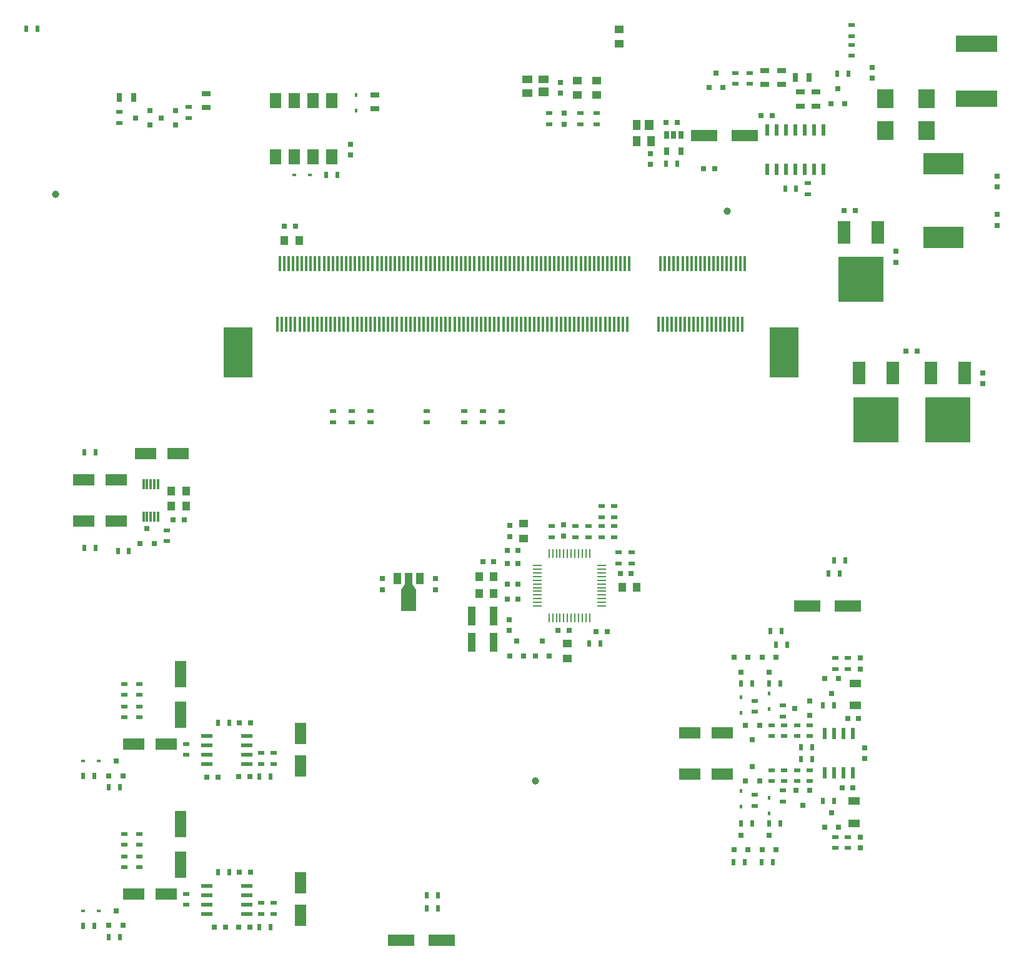
<source format=gbr>
G04 #@! TF.FileFunction,Paste,Top*
%FSLAX46Y46*%
G04 Gerber Fmt 4.6, Leading zero omitted, Abs format (unit mm)*
G04 Created by KiCad (PCBNEW (2015-05-04 BZR 5641)-product) date Fri 08 May 2015 12:37:36 PM CEST*
%MOMM*%
G01*
G04 APERTURE LIST*
%ADD10C,0.100000*%
%ADD11C,1.000000*%
%ADD12R,0.750000X0.800000*%
%ADD13R,0.800000X0.750000*%
%ADD14R,1.000000X1.250000*%
%ADD15R,1.250000X1.000000*%
%ADD16R,1.000000X2.500000*%
%ADD17R,3.599180X1.600200*%
%ADD18R,1.600000X1.000000*%
%ADD19R,2.999740X1.600200*%
%ADD20R,1.600200X2.999740*%
%ADD21R,1.600200X3.599180*%
%ADD22R,1.399540X1.198880*%
%ADD23R,1.399540X1.000760*%
%ADD24R,1.198880X1.399540*%
%ADD25R,1.000760X1.399540*%
%ADD26R,5.600000X2.300000*%
%ADD27R,5.400040X2.900680*%
%ADD28R,0.900000X0.500000*%
%ADD29R,0.500000X0.900000*%
%ADD30R,1.300000X0.700000*%
%ADD31R,0.700000X1.300000*%
%ADD32R,1.000760X1.501140*%
%ADD33R,1.998980X2.999740*%
%ADD34R,1.651000X3.048000*%
%ADD35R,6.096000X6.096000*%
%ADD36R,0.250000X1.300000*%
%ADD37R,1.300000X0.250000*%
%ADD38R,4.000000X6.800000*%
%ADD39R,0.350000X2.000000*%
%ADD40R,0.600000X1.550000*%
%ADD41R,1.550000X0.600000*%
%ADD42R,0.300000X1.400000*%
%ADD43R,1.524000X2.032000*%
%ADD44R,0.600000X1.500000*%
%ADD45R,0.450000X0.590000*%
%ADD46R,0.590000X0.450000*%
%ADD47R,0.650000X1.060000*%
%ADD48R,0.800100X0.800100*%
%ADD49R,2.301240X2.499360*%
G04 APERTURE END LIST*
D10*
D11*
X181272180Y-52273200D03*
X155293060Y-129504440D03*
D12*
X217830400Y-47510000D03*
X217830400Y-49010000D03*
X217830400Y-54191600D03*
X217830400Y-52691600D03*
X141681200Y-102069200D03*
X141681200Y-103569200D03*
X134467600Y-102069200D03*
X134467600Y-103569200D03*
D13*
X197065200Y-52222400D03*
X198565200Y-52222400D03*
X206998000Y-71221600D03*
X205498000Y-71221600D03*
D12*
X215849200Y-75680000D03*
X215849200Y-74180000D03*
X204094080Y-57685240D03*
X204094080Y-59185240D03*
D13*
X164949000Y-109220000D03*
X163449000Y-109220000D03*
X166737600Y-101396800D03*
X168237600Y-101396800D03*
D14*
X168995600Y-103225600D03*
X166995600Y-103225600D03*
D12*
X159037600Y-94819600D03*
X159037600Y-96319600D03*
X151753000Y-96355600D03*
X151753000Y-94855600D03*
D15*
X153607200Y-96605600D03*
X153607200Y-94605600D03*
D13*
X158309002Y-109131800D03*
X159809002Y-109131800D03*
D15*
X159596400Y-110876400D03*
X159596400Y-112876400D03*
D13*
X149619400Y-99745800D03*
X148119400Y-99745800D03*
D14*
X149615400Y-101777800D03*
X147615400Y-101777800D03*
D13*
X152921400Y-102793800D03*
X151421400Y-102793800D03*
D14*
X149615400Y-104063800D03*
X147615400Y-104063800D03*
D13*
X152921400Y-104825800D03*
X151421400Y-104825800D03*
D16*
X149607400Y-107111800D03*
X146607400Y-107111800D03*
D12*
X151663400Y-107631800D03*
X151663400Y-109131800D03*
D16*
X149607400Y-110667800D03*
X146607400Y-110667800D03*
D14*
X121224800Y-56235600D03*
X123224800Y-56235600D03*
D13*
X121220800Y-54305200D03*
X122720800Y-54305200D03*
D12*
X199898000Y-124980000D03*
X199898000Y-126480000D03*
D17*
X192067180Y-105791000D03*
X197568820Y-105791000D03*
D13*
X110705200Y-128981200D03*
X112205200Y-128981200D03*
X111772000Y-149301200D03*
X113272000Y-149301200D03*
D17*
X137013380Y-151053800D03*
X142515020Y-151053800D03*
D13*
X106133200Y-94081600D03*
X107633200Y-94081600D03*
X172986000Y-40259000D03*
X174486000Y-40259000D03*
D15*
X163576000Y-36560000D03*
X163576000Y-34560000D03*
D12*
X158623000Y-36310000D03*
X158623000Y-34810000D03*
X170840400Y-45962000D03*
X170840400Y-44462000D03*
X159105600Y-40475600D03*
X159105600Y-38975600D03*
X130175000Y-44692000D03*
X130175000Y-43192000D03*
X200914000Y-34278000D03*
X200914000Y-32778000D03*
D17*
X178097180Y-42037000D03*
X183598820Y-42037000D03*
D13*
X179566000Y-46482000D03*
X178066000Y-46482000D03*
X152921400Y-98221800D03*
X151421400Y-98221800D03*
X152921400Y-99999800D03*
X151421400Y-99999800D03*
D18*
X198560000Y-119269200D03*
X198560000Y-116269200D03*
D19*
X180558440Y-122936000D03*
X176159160Y-122936000D03*
D12*
X199260900Y-112843300D03*
X199260900Y-114343300D03*
D13*
X199056000Y-121071200D03*
X197556000Y-121071200D03*
D18*
X198458400Y-132220400D03*
X198458400Y-135220400D03*
D19*
X180558440Y-128524000D03*
X176159160Y-128524000D03*
D12*
X199260900Y-138591300D03*
X199260900Y-137091300D03*
D13*
X198294000Y-130418400D03*
X196794000Y-130418400D03*
X116523200Y-128930400D03*
X115023200Y-128930400D03*
X115124800Y-121589800D03*
X116624800Y-121589800D03*
D20*
X123406600Y-127472440D03*
X123406600Y-123073160D03*
D21*
X107137200Y-120556020D03*
X107137200Y-115054380D03*
D19*
X105171240Y-124460000D03*
X100771960Y-124460000D03*
D13*
X116523200Y-149301200D03*
X115023200Y-149301200D03*
X115124800Y-141884400D03*
X116624800Y-141884400D03*
D20*
X123381200Y-147690840D03*
X123381200Y-143291560D03*
D21*
X107137200Y-140876020D03*
X107137200Y-135374380D03*
D19*
X105171240Y-144780000D03*
X100771960Y-144780000D03*
D14*
X105883200Y-90170000D03*
X107883200Y-90170000D03*
D19*
X98465640Y-88646000D03*
X94066360Y-88646000D03*
D14*
X105883200Y-92252800D03*
X107883200Y-92252800D03*
D19*
X98465640Y-94234000D03*
X94066360Y-94234000D03*
X106847640Y-85090000D03*
X102448360Y-85090000D03*
D22*
X156344620Y-36126420D03*
D23*
X156344620Y-34406840D03*
X154144980Y-34406840D03*
X154144980Y-36306760D03*
D24*
X170695620Y-40556180D03*
D25*
X168976040Y-40556180D03*
X168976040Y-42755820D03*
X170875960Y-42755820D03*
D26*
X214985600Y-29624800D03*
X214985600Y-37024800D03*
D27*
X210566000Y-45849540D03*
X210566000Y-55852060D03*
D15*
X166573200Y-27600400D03*
X166573200Y-29600400D03*
X160909000Y-36567620D03*
X160909000Y-34567620D03*
D28*
X157412000Y-96472000D03*
X157412000Y-94972000D03*
X164219200Y-93728800D03*
X164219200Y-92228800D03*
X165946400Y-93728800D03*
X165946400Y-92228800D03*
X165946400Y-96472000D03*
X165946400Y-94972000D03*
X164219200Y-96472000D03*
X164219200Y-94972000D03*
X162441200Y-96472000D03*
X162441200Y-94972000D03*
X160663200Y-96472000D03*
X160663200Y-94972000D03*
D29*
X162554800Y-110911200D03*
X164054800Y-110911200D03*
D28*
X168249600Y-98513200D03*
X168249600Y-100013200D03*
X166471600Y-98513200D03*
X166471600Y-100013200D03*
D29*
X87747540Y-27548840D03*
X86247540Y-27548840D03*
X186905200Y-116281200D03*
X188405200Y-116281200D03*
D28*
X188772800Y-119239600D03*
X188772800Y-120739600D03*
D29*
X183095200Y-116281200D03*
X184595200Y-116281200D03*
D28*
X184962800Y-120130000D03*
X184962800Y-118630000D03*
D29*
X189370400Y-111048800D03*
X187870400Y-111048800D03*
X187108400Y-109143800D03*
X188608400Y-109143800D03*
X186905200Y-135229600D03*
X188405200Y-135229600D03*
D28*
X188772800Y-130771200D03*
X188772800Y-132271200D03*
D29*
X183095200Y-135229600D03*
X184595200Y-135229600D03*
D28*
X184962800Y-132880800D03*
X184962800Y-131380800D03*
D29*
X185940000Y-140512800D03*
X187440000Y-140512800D03*
X182130000Y-140512800D03*
X183630000Y-140512800D03*
X98946400Y-130378200D03*
X97446400Y-130378200D03*
X95441200Y-128778000D03*
X93941200Y-128778000D03*
X98946400Y-150672800D03*
X97446400Y-150672800D03*
X95441200Y-149098000D03*
X93941200Y-149098000D03*
D28*
X105257600Y-97016000D03*
X105257600Y-95516000D03*
D29*
X98665600Y-98298000D03*
X100165600Y-98298000D03*
D28*
X157073600Y-38975600D03*
X157073600Y-40475600D03*
X163576000Y-38975600D03*
X163576000Y-40475600D03*
X161340800Y-40475600D03*
X161340800Y-38975600D03*
D29*
X172986000Y-45847000D03*
X174486000Y-45847000D03*
D30*
X110625200Y-36352000D03*
X110625200Y-38252000D03*
D28*
X98839600Y-40338000D03*
X98839600Y-38838000D03*
D30*
X133494780Y-38402300D03*
X133494780Y-36502300D03*
D29*
X126910400Y-47396400D03*
X128410400Y-47396400D03*
D31*
X100772000Y-36830000D03*
X98872000Y-36830000D03*
D28*
X108288400Y-38177600D03*
X108288400Y-39677600D03*
D29*
X197681280Y-33649920D03*
X196181280Y-33649920D03*
D30*
X191135000Y-36134000D03*
X191135000Y-38034000D03*
D29*
X189089600Y-49225200D03*
X190589600Y-49225200D03*
D30*
X193294000Y-36134000D03*
X193294000Y-38034000D03*
X186309000Y-33213000D03*
X186309000Y-35113000D03*
D28*
X182372000Y-35040000D03*
X182372000Y-33540000D03*
X192125600Y-48475200D03*
X192125600Y-49975200D03*
D30*
X188595000Y-33213000D03*
X188595000Y-35113000D03*
D28*
X150672800Y-79387000D03*
X150672800Y-80887000D03*
X148132800Y-79387000D03*
X148132800Y-80887000D03*
X145592800Y-79387000D03*
X145592800Y-80887000D03*
X140512800Y-79387000D03*
X140512800Y-80887000D03*
X132892800Y-79387000D03*
X132892800Y-80887000D03*
X130352800Y-79387000D03*
X130352800Y-80887000D03*
X127812800Y-79387000D03*
X127812800Y-80887000D03*
X198120000Y-29730000D03*
X198120000Y-31230000D03*
X184277000Y-35040000D03*
X184277000Y-33540000D03*
X198120000Y-27063000D03*
X198120000Y-28563000D03*
D29*
X195703200Y-119242400D03*
X194203200Y-119242400D03*
D28*
X195857300Y-114343300D03*
X195857300Y-112843300D03*
D29*
X192756800Y-124932000D03*
X191256800Y-124932000D03*
D28*
X197584500Y-112843300D03*
X197584500Y-114343300D03*
X190703200Y-123432000D03*
X190703200Y-121932000D03*
X188976000Y-121932000D03*
X188976000Y-123432000D03*
D29*
X195703200Y-132196400D03*
X194203200Y-132196400D03*
D28*
X192430400Y-121932000D03*
X192430400Y-123432000D03*
X187248800Y-121932000D03*
X187248800Y-123432000D03*
X195857300Y-137091300D03*
X195857300Y-138591300D03*
D29*
X192756800Y-126557600D03*
X191256800Y-126557600D03*
D28*
X197584500Y-138591300D03*
X197584500Y-137091300D03*
X190703200Y-128028000D03*
X190703200Y-129528000D03*
X188976000Y-129528000D03*
X188976000Y-128028000D03*
X192430400Y-129528000D03*
X192430400Y-128028000D03*
X187248800Y-129528000D03*
X187248800Y-128028000D03*
D29*
X194982400Y-101371400D03*
X196482400Y-101371400D03*
X197219000Y-99568000D03*
X195719000Y-99568000D03*
X117868000Y-128930400D03*
X119368000Y-128930400D03*
X113729200Y-121589800D03*
X112229200Y-121589800D03*
D28*
X119786400Y-125691200D03*
X119786400Y-127191200D03*
X118110000Y-125691200D03*
X118110000Y-127191200D03*
X99568000Y-117844000D03*
X99568000Y-116344000D03*
X107950000Y-124472000D03*
X107950000Y-125972000D03*
X101600000Y-117844000D03*
X101600000Y-116344000D03*
X99556000Y-119392000D03*
X99556000Y-120892000D03*
X101610200Y-119402160D03*
X101610200Y-120902160D03*
D29*
X117868000Y-149301200D03*
X119368000Y-149301200D03*
X113729200Y-141884400D03*
X112229200Y-141884400D03*
D28*
X119799800Y-146011200D03*
X119799800Y-147511200D03*
X118098000Y-146011200D03*
X118098000Y-147511200D03*
X99568000Y-138164000D03*
X99568000Y-136664000D03*
X107950000Y-144792000D03*
X107950000Y-146292000D03*
X101600000Y-138164000D03*
X101600000Y-136664000D03*
X99568000Y-139712000D03*
X99568000Y-141212000D03*
X101610200Y-139710160D03*
X101610200Y-141210160D03*
D29*
X140550200Y-144983200D03*
X142050200Y-144983200D03*
X142050200Y-146786600D03*
X140550200Y-146786600D03*
X95619000Y-84963000D03*
X94119000Y-84963000D03*
X95619000Y-97917000D03*
X94119000Y-97917000D03*
D32*
X139575540Y-102085140D03*
X138074400Y-102085140D03*
X136573260Y-102085140D03*
D33*
X138074400Y-105036620D03*
D10*
G36*
X137073640Y-103562150D02*
X137574020Y-102812850D01*
X138574780Y-102812850D01*
X139075160Y-103562150D01*
X137073640Y-103562150D01*
X137073640Y-103562150D01*
G37*
D34*
X201655680Y-55184040D03*
D35*
X199369680Y-61534040D03*
D34*
X197083680Y-55184040D03*
X203687680Y-74183240D03*
D35*
X201401680Y-80533240D03*
D34*
X199115680Y-74183240D03*
X213441280Y-74183240D03*
D35*
X211155280Y-80533240D03*
D34*
X208869280Y-74183240D03*
D36*
X162592200Y-98697800D03*
X162092200Y-98697800D03*
X161592200Y-98697800D03*
X161092200Y-98697800D03*
X160592200Y-98697800D03*
X160092200Y-98697800D03*
X159592200Y-98697800D03*
X159092200Y-98697800D03*
X158592200Y-98697800D03*
X158092200Y-98697800D03*
X157592200Y-98697800D03*
X157092200Y-98697800D03*
D37*
X155492200Y-100297800D03*
X155492200Y-100797800D03*
X155492200Y-101297800D03*
X155492200Y-101797800D03*
X155492200Y-102297800D03*
X155492200Y-102797800D03*
X155492200Y-103297800D03*
X155492200Y-103797800D03*
X155492200Y-104297800D03*
X155492200Y-104797800D03*
X155492200Y-105297800D03*
X155492200Y-105797800D03*
D36*
X157092200Y-107397800D03*
X157592200Y-107397800D03*
X158092200Y-107397800D03*
X158592200Y-107397800D03*
X159092200Y-107397800D03*
X159592200Y-107397800D03*
X160092200Y-107397800D03*
X160592200Y-107397800D03*
X161092200Y-107397800D03*
X161592200Y-107397800D03*
X162092200Y-107397800D03*
X162592200Y-107397800D03*
D37*
X164192200Y-105797800D03*
X164192200Y-105297800D03*
X164192200Y-104797800D03*
X164192200Y-104297800D03*
X164192200Y-103797800D03*
X164192200Y-103297800D03*
X164192200Y-102797800D03*
X164192200Y-102297800D03*
X164192200Y-101797800D03*
X164192200Y-101297800D03*
X164192200Y-100797800D03*
X164192200Y-100297800D03*
D38*
X114942800Y-71400000D03*
X188942800Y-71400000D03*
D39*
X183592800Y-59400000D03*
X182992800Y-59400000D03*
X182392800Y-59400000D03*
X181792800Y-59400000D03*
X181192800Y-59400000D03*
X180592800Y-59400000D03*
X179992800Y-59400000D03*
X179392800Y-59400000D03*
X178792800Y-59400000D03*
X178192800Y-59400000D03*
X177592800Y-59400000D03*
X176992800Y-59400000D03*
X176392800Y-59400000D03*
X175792800Y-59400000D03*
X175192800Y-59400000D03*
X174592800Y-59400000D03*
X173992800Y-59400000D03*
X173392800Y-59400000D03*
X172792800Y-59400000D03*
X172192800Y-59400000D03*
X167992800Y-59400000D03*
X167392800Y-59400000D03*
X166792800Y-59400000D03*
X166192800Y-59400000D03*
X165592800Y-59400000D03*
X164992800Y-59400000D03*
X164392800Y-59400000D03*
X163792800Y-59400000D03*
X163192800Y-59400000D03*
X162592800Y-59400000D03*
X161992800Y-59400000D03*
X161392800Y-59400000D03*
X160792800Y-59400000D03*
X160192800Y-59400000D03*
X159592800Y-59400000D03*
X158992800Y-59400000D03*
X158392800Y-59400000D03*
X157792800Y-59400000D03*
X157192800Y-59400000D03*
X156592800Y-59400000D03*
X155992800Y-59400000D03*
X155392800Y-59400000D03*
X154792800Y-59400000D03*
X154192800Y-59400000D03*
X153592800Y-59400000D03*
X152992800Y-59400000D03*
X152392800Y-59400000D03*
X151792800Y-59400000D03*
X151192800Y-59400000D03*
X150592800Y-59400000D03*
X149992800Y-59400000D03*
X149392800Y-59400000D03*
X148792800Y-59400000D03*
X148192800Y-59400000D03*
X147592800Y-59400000D03*
X146992800Y-59400000D03*
X146392800Y-59400000D03*
X145792800Y-59400000D03*
X145192800Y-59400000D03*
X144592800Y-59400000D03*
X143992800Y-59400000D03*
X143392800Y-59400000D03*
X142792800Y-59400000D03*
X142192800Y-59400000D03*
X141592800Y-59400000D03*
X140992800Y-59400000D03*
X140392800Y-59400000D03*
X139792800Y-59400000D03*
X139192800Y-59400000D03*
X138592800Y-59400000D03*
X137992800Y-59400000D03*
X137392800Y-59400000D03*
X136792800Y-59400000D03*
X136192800Y-59400000D03*
X135592800Y-59400000D03*
X134992800Y-59400000D03*
X134392800Y-59400000D03*
X133792800Y-59400000D03*
X133192800Y-59400000D03*
X132592800Y-59400000D03*
X131992800Y-59400000D03*
X131392800Y-59400000D03*
X130792800Y-59400000D03*
X130192800Y-59400000D03*
X129592800Y-59400000D03*
X128992800Y-59400000D03*
X128392800Y-59400000D03*
X127792800Y-59400000D03*
X127192800Y-59400000D03*
X126592800Y-59400000D03*
X125992800Y-59400000D03*
X125392800Y-59400000D03*
X124792800Y-59400000D03*
X124192800Y-59400000D03*
X123592800Y-59400000D03*
X122992800Y-59400000D03*
X122392800Y-59400000D03*
X121792800Y-59400000D03*
X121192800Y-59400000D03*
X120592800Y-59400000D03*
X183292800Y-67600000D03*
X182692800Y-67600000D03*
X182092800Y-67600000D03*
X181492800Y-67600000D03*
X180892800Y-67600000D03*
X180292800Y-67600000D03*
X179692800Y-67600000D03*
X179092800Y-67600000D03*
X178492800Y-67600000D03*
X177892800Y-67600000D03*
X177292800Y-67600000D03*
X176692800Y-67600000D03*
X176092800Y-67600000D03*
X175492800Y-67600000D03*
X174892800Y-67600000D03*
X174292800Y-67600000D03*
X173692800Y-67600000D03*
X173092800Y-67600000D03*
X172492800Y-67600000D03*
X171892800Y-67600000D03*
X167692800Y-67600000D03*
X167092800Y-67600000D03*
X166492800Y-67600000D03*
X165892800Y-67600000D03*
X165292800Y-67600000D03*
X164692800Y-67600000D03*
X164092800Y-67600000D03*
X163492800Y-67600000D03*
X162892800Y-67600000D03*
X162292800Y-67600000D03*
X161692800Y-67600000D03*
X161092800Y-67600000D03*
X160492800Y-67600000D03*
X159892800Y-67600000D03*
X159292800Y-67600000D03*
X158692800Y-67600000D03*
X158092800Y-67600000D03*
X157492800Y-67600000D03*
X156892800Y-67600000D03*
X156292800Y-67600000D03*
X155692800Y-67600000D03*
X155092800Y-67600000D03*
X154492800Y-67600000D03*
X153892800Y-67600000D03*
X153292800Y-67600000D03*
X152692800Y-67600000D03*
X152092800Y-67600000D03*
X151492800Y-67600000D03*
X150892800Y-67600000D03*
X150292800Y-67600000D03*
X149692800Y-67600000D03*
X149092800Y-67600000D03*
X148492800Y-67600000D03*
X147892800Y-67600000D03*
X147292800Y-67600000D03*
X146692800Y-67600000D03*
X146092800Y-67600000D03*
X145492800Y-67600000D03*
X144892800Y-67600000D03*
X144292800Y-67600000D03*
X143692800Y-67600000D03*
X143092800Y-67600000D03*
X142492800Y-67600000D03*
X141892800Y-67600000D03*
X141292800Y-67600000D03*
X140692800Y-67600000D03*
X140092800Y-67600000D03*
X139492800Y-67600000D03*
X138892800Y-67600000D03*
X138292800Y-67600000D03*
X137692800Y-67600000D03*
X137092800Y-67600000D03*
X136492800Y-67600000D03*
X135892800Y-67600000D03*
X135292800Y-67600000D03*
X134692800Y-67600000D03*
X134092800Y-67600000D03*
X133492800Y-67600000D03*
X132892800Y-67600000D03*
X132292800Y-67600000D03*
X131692800Y-67600000D03*
X131092800Y-67600000D03*
X130492800Y-67600000D03*
X129892800Y-67600000D03*
X129292800Y-67600000D03*
X128692800Y-67600000D03*
X128092800Y-67600000D03*
X127492800Y-67600000D03*
X126892800Y-67600000D03*
X126292800Y-67600000D03*
X125692800Y-67600000D03*
X125092800Y-67600000D03*
X124492800Y-67600000D03*
X123892800Y-67600000D03*
X123292800Y-67600000D03*
X122692800Y-67600000D03*
X122092800Y-67600000D03*
X121492800Y-67600000D03*
X120892800Y-67600000D03*
X120292800Y-67600000D03*
D40*
X198247000Y-123030000D03*
X196977000Y-123030000D03*
X195707000Y-123030000D03*
X194437000Y-123030000D03*
X194437000Y-128430000D03*
X195707000Y-128430000D03*
X196977000Y-128430000D03*
X198247000Y-128430000D03*
D41*
X116111000Y-127177800D03*
X116111000Y-125907800D03*
X116111000Y-124637800D03*
X116111000Y-123367800D03*
X110711000Y-123367800D03*
X110711000Y-124637800D03*
X110711000Y-125907800D03*
X110711000Y-127177800D03*
X116136400Y-147497800D03*
X116136400Y-146227800D03*
X116136400Y-144957800D03*
X116136400Y-143687800D03*
X110736400Y-143687800D03*
X110736400Y-144957800D03*
X110736400Y-146227800D03*
X110736400Y-147497800D03*
D42*
X104124000Y-89240000D03*
X103624000Y-89240000D03*
X103124000Y-89240000D03*
X102624000Y-89240000D03*
X102124000Y-89240000D03*
X102124000Y-93640000D03*
X102624000Y-93640000D03*
X103124000Y-93640000D03*
X103624000Y-93640000D03*
X104124000Y-93640000D03*
D43*
X127652780Y-37325300D03*
X125112780Y-37325300D03*
X122572780Y-37325300D03*
X120032780Y-37325300D03*
X120032780Y-44945300D03*
X122572780Y-44945300D03*
X125112780Y-44945300D03*
X127652780Y-44945300D03*
D44*
X186690000Y-46642000D03*
X187960000Y-46642000D03*
X189230000Y-46642000D03*
X190500000Y-46642000D03*
X191770000Y-46642000D03*
X193040000Y-46642000D03*
X194310000Y-46642000D03*
X194310000Y-41242000D03*
X193040000Y-41242000D03*
X191770000Y-41242000D03*
X190500000Y-41242000D03*
X189230000Y-41242000D03*
X187960000Y-41242000D03*
X186690000Y-41242000D03*
D45*
X186893200Y-117639200D03*
X186893200Y-119749200D03*
X183083200Y-118121800D03*
X183083200Y-120231800D03*
X186893200Y-133871600D03*
X186893200Y-131761600D03*
X183083200Y-132982600D03*
X183083200Y-130872600D03*
D46*
X93941000Y-126746000D03*
X96051000Y-126746000D03*
X93941000Y-147066000D03*
X96051000Y-147066000D03*
D45*
X130954780Y-38634300D03*
X130954780Y-36524300D03*
D46*
X122592200Y-47396400D03*
X124702200Y-47396400D03*
D31*
X190439000Y-34163000D03*
X192339000Y-34163000D03*
D13*
X187313000Y-39319200D03*
X185813000Y-39319200D03*
D47*
X174940000Y-41953000D03*
X173990000Y-41953000D03*
X173040000Y-41953000D03*
X173040000Y-44153000D03*
X174940000Y-44153000D03*
D48*
X151737600Y-112521560D03*
X153637600Y-112521560D03*
X152687600Y-110522580D03*
X155242800Y-112521560D03*
X157142800Y-112521560D03*
X156192800Y-110522580D03*
X196352200Y-115636040D03*
X194452200Y-115636040D03*
X195402200Y-117635020D03*
X194452200Y-135798560D03*
X196352200Y-135798560D03*
X195402200Y-133799580D03*
X192415160Y-120584000D03*
X192415160Y-118684000D03*
X190416180Y-119634000D03*
X185608000Y-121935240D03*
X183708000Y-121935240D03*
X184658000Y-123934220D03*
X187843200Y-112740440D03*
X185943200Y-112740440D03*
X186893200Y-114739420D03*
X184033200Y-112740440D03*
X182133200Y-112740440D03*
X183083200Y-114739420D03*
X192415200Y-130774440D03*
X190515200Y-130774440D03*
X191465200Y-132773420D03*
X183708000Y-129524760D03*
X185608000Y-129524760D03*
X184658000Y-127525780D03*
X185943200Y-138821160D03*
X187843200Y-138821160D03*
X186893200Y-136822180D03*
X182133200Y-138821160D03*
X184033200Y-138821160D03*
X183083200Y-136822180D03*
X97449600Y-128788160D03*
X99349600Y-128788160D03*
X98399600Y-126789180D03*
X97449600Y-149082760D03*
X99349600Y-149082760D03*
X98399600Y-147083780D03*
X101666000Y-97317560D03*
X103566000Y-97317560D03*
X102616000Y-95318580D03*
X103040760Y-40588800D03*
X103040760Y-38688800D03*
X101041780Y-39638800D03*
X106495160Y-40588800D03*
X106495160Y-38688800D03*
X104496180Y-39638800D03*
X195265000Y-37703760D03*
X197165000Y-37703760D03*
X196215000Y-35704780D03*
X178755000Y-35544760D03*
X180655000Y-35544760D03*
X179705000Y-33545780D03*
D49*
X202692000Y-41366440D03*
X202692000Y-37068760D03*
X208280000Y-41366440D03*
X208280000Y-37068760D03*
D11*
X90246200Y-49961800D03*
M02*

</source>
